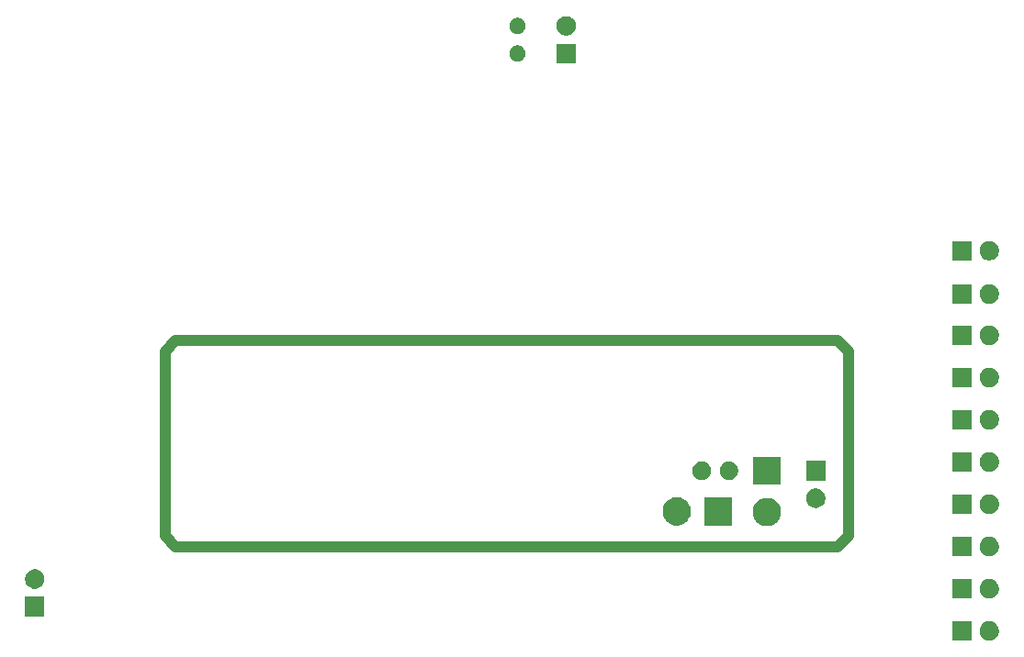
<source format=gbr>
G04 #@! TF.GenerationSoftware,KiCad,Pcbnew,(5.1.5)-3*
G04 #@! TF.CreationDate,2020-06-02T16:47:02-04:00*
G04 #@! TF.ProjectId,LT3081-TESTING,4c543330-3831-42d5-9445-5354494e472e,rev?*
G04 #@! TF.SameCoordinates,Original*
G04 #@! TF.FileFunction,Soldermask,Bot*
G04 #@! TF.FilePolarity,Negative*
%FSLAX46Y46*%
G04 Gerber Fmt 4.6, Leading zero omitted, Abs format (unit mm)*
G04 Created by KiCad (PCBNEW (5.1.5)-3) date 2020-06-02 16:47:02*
%MOMM*%
%LPD*%
G04 APERTURE LIST*
%ADD10C,1.000000*%
%ADD11C,0.100000*%
G04 APERTURE END LIST*
D10*
X134000000Y-76000000D02*
X134000000Y-59000000D01*
X135000000Y-77000000D02*
X134000000Y-76000000D01*
X196000000Y-77000000D02*
X135000000Y-77000000D01*
X197000000Y-76000000D02*
X196000000Y-77000000D01*
X197000000Y-59000000D02*
X197000000Y-76000000D01*
X196000000Y-58000000D02*
X197000000Y-59000000D01*
X135000000Y-58000000D02*
X196000000Y-58000000D01*
X134000000Y-59000000D02*
X135000000Y-58000000D01*
D11*
G36*
X210113512Y-83903927D02*
G01*
X210262812Y-83933624D01*
X210426784Y-84001544D01*
X210574354Y-84100147D01*
X210699853Y-84225646D01*
X210798456Y-84373216D01*
X210866376Y-84537188D01*
X210901000Y-84711259D01*
X210901000Y-84888741D01*
X210866376Y-85062812D01*
X210798456Y-85226784D01*
X210699853Y-85374354D01*
X210574354Y-85499853D01*
X210426784Y-85598456D01*
X210262812Y-85666376D01*
X210113512Y-85696073D01*
X210088742Y-85701000D01*
X209911258Y-85701000D01*
X209886488Y-85696073D01*
X209737188Y-85666376D01*
X209573216Y-85598456D01*
X209425646Y-85499853D01*
X209300147Y-85374354D01*
X209201544Y-85226784D01*
X209133624Y-85062812D01*
X209099000Y-84888741D01*
X209099000Y-84711259D01*
X209133624Y-84537188D01*
X209201544Y-84373216D01*
X209300147Y-84225646D01*
X209425646Y-84100147D01*
X209573216Y-84001544D01*
X209737188Y-83933624D01*
X209886488Y-83903927D01*
X209911258Y-83899000D01*
X210088742Y-83899000D01*
X210113512Y-83903927D01*
G37*
G36*
X208361000Y-85701000D02*
G01*
X206559000Y-85701000D01*
X206559000Y-83899000D01*
X208361000Y-83899000D01*
X208361000Y-85701000D01*
G37*
G36*
X122901000Y-83441000D02*
G01*
X121099000Y-83441000D01*
X121099000Y-81639000D01*
X122901000Y-81639000D01*
X122901000Y-83441000D01*
G37*
G36*
X210113512Y-80003927D02*
G01*
X210262812Y-80033624D01*
X210426784Y-80101544D01*
X210574354Y-80200147D01*
X210699853Y-80325646D01*
X210798456Y-80473216D01*
X210866376Y-80637188D01*
X210901000Y-80811259D01*
X210901000Y-80988741D01*
X210866376Y-81162812D01*
X210798456Y-81326784D01*
X210699853Y-81474354D01*
X210574354Y-81599853D01*
X210426784Y-81698456D01*
X210262812Y-81766376D01*
X210113512Y-81796073D01*
X210088742Y-81801000D01*
X209911258Y-81801000D01*
X209886488Y-81796073D01*
X209737188Y-81766376D01*
X209573216Y-81698456D01*
X209425646Y-81599853D01*
X209300147Y-81474354D01*
X209201544Y-81326784D01*
X209133624Y-81162812D01*
X209099000Y-80988741D01*
X209099000Y-80811259D01*
X209133624Y-80637188D01*
X209201544Y-80473216D01*
X209300147Y-80325646D01*
X209425646Y-80200147D01*
X209573216Y-80101544D01*
X209737188Y-80033624D01*
X209886488Y-80003927D01*
X209911258Y-79999000D01*
X210088742Y-79999000D01*
X210113512Y-80003927D01*
G37*
G36*
X208361000Y-81801000D02*
G01*
X206559000Y-81801000D01*
X206559000Y-79999000D01*
X208361000Y-79999000D01*
X208361000Y-81801000D01*
G37*
G36*
X122113512Y-79103927D02*
G01*
X122262812Y-79133624D01*
X122426784Y-79201544D01*
X122574354Y-79300147D01*
X122699853Y-79425646D01*
X122798456Y-79573216D01*
X122866376Y-79737188D01*
X122901000Y-79911259D01*
X122901000Y-80088741D01*
X122866376Y-80262812D01*
X122798456Y-80426784D01*
X122699853Y-80574354D01*
X122574354Y-80699853D01*
X122426784Y-80798456D01*
X122262812Y-80866376D01*
X122113512Y-80896073D01*
X122088742Y-80901000D01*
X121911258Y-80901000D01*
X121886488Y-80896073D01*
X121737188Y-80866376D01*
X121573216Y-80798456D01*
X121425646Y-80699853D01*
X121300147Y-80574354D01*
X121201544Y-80426784D01*
X121133624Y-80262812D01*
X121099000Y-80088741D01*
X121099000Y-79911259D01*
X121133624Y-79737188D01*
X121201544Y-79573216D01*
X121300147Y-79425646D01*
X121425646Y-79300147D01*
X121573216Y-79201544D01*
X121737188Y-79133624D01*
X121886488Y-79103927D01*
X121911258Y-79099000D01*
X122088742Y-79099000D01*
X122113512Y-79103927D01*
G37*
G36*
X210113512Y-76103927D02*
G01*
X210262812Y-76133624D01*
X210426784Y-76201544D01*
X210574354Y-76300147D01*
X210699853Y-76425646D01*
X210798456Y-76573216D01*
X210866376Y-76737188D01*
X210901000Y-76911259D01*
X210901000Y-77088741D01*
X210866376Y-77262812D01*
X210798456Y-77426784D01*
X210699853Y-77574354D01*
X210574354Y-77699853D01*
X210426784Y-77798456D01*
X210262812Y-77866376D01*
X210113512Y-77896073D01*
X210088742Y-77901000D01*
X209911258Y-77901000D01*
X209886488Y-77896073D01*
X209737188Y-77866376D01*
X209573216Y-77798456D01*
X209425646Y-77699853D01*
X209300147Y-77574354D01*
X209201544Y-77426784D01*
X209133624Y-77262812D01*
X209099000Y-77088741D01*
X209099000Y-76911259D01*
X209133624Y-76737188D01*
X209201544Y-76573216D01*
X209300147Y-76425646D01*
X209425646Y-76300147D01*
X209573216Y-76201544D01*
X209737188Y-76133624D01*
X209886488Y-76103927D01*
X209911258Y-76099000D01*
X210088742Y-76099000D01*
X210113512Y-76103927D01*
G37*
G36*
X208361000Y-77901000D02*
G01*
X206559000Y-77901000D01*
X206559000Y-76099000D01*
X208361000Y-76099000D01*
X208361000Y-77901000D01*
G37*
G36*
X189879393Y-72559304D02*
G01*
X190116101Y-72657352D01*
X190116103Y-72657353D01*
X190329135Y-72799696D01*
X190510304Y-72980865D01*
X190652647Y-73193897D01*
X190652648Y-73193899D01*
X190750696Y-73430607D01*
X190800680Y-73681893D01*
X190800680Y-73938107D01*
X190750696Y-74189393D01*
X190677501Y-74366101D01*
X190652647Y-74426103D01*
X190510304Y-74639135D01*
X190329135Y-74820304D01*
X190116103Y-74962647D01*
X190116102Y-74962648D01*
X190116101Y-74962648D01*
X189879393Y-75060696D01*
X189628107Y-75110680D01*
X189371893Y-75110680D01*
X189120607Y-75060696D01*
X188883899Y-74962648D01*
X188883898Y-74962648D01*
X188883897Y-74962647D01*
X188670865Y-74820304D01*
X188489696Y-74639135D01*
X188347353Y-74426103D01*
X188322499Y-74366101D01*
X188249304Y-74189393D01*
X188199320Y-73938107D01*
X188199320Y-73681893D01*
X188249304Y-73430607D01*
X188347352Y-73193899D01*
X188347353Y-73193897D01*
X188489696Y-72980865D01*
X188670865Y-72799696D01*
X188883897Y-72657353D01*
X188883899Y-72657352D01*
X189120607Y-72559304D01*
X189371893Y-72509320D01*
X189628107Y-72509320D01*
X189879393Y-72559304D01*
G37*
G36*
X181569393Y-72499304D02*
G01*
X181806101Y-72597352D01*
X181806103Y-72597353D01*
X182019135Y-72739696D01*
X182200304Y-72920865D01*
X182342647Y-73133897D01*
X182342648Y-73133899D01*
X182440696Y-73370607D01*
X182490680Y-73621893D01*
X182490680Y-73878107D01*
X182440696Y-74129393D01*
X182342648Y-74366101D01*
X182342647Y-74366103D01*
X182200304Y-74579135D01*
X182019135Y-74760304D01*
X181806103Y-74902647D01*
X181806102Y-74902648D01*
X181806101Y-74902648D01*
X181569393Y-75000696D01*
X181318107Y-75050680D01*
X181061893Y-75050680D01*
X180810607Y-75000696D01*
X180573899Y-74902648D01*
X180573898Y-74902648D01*
X180573897Y-74902647D01*
X180360865Y-74760304D01*
X180179696Y-74579135D01*
X180037353Y-74366103D01*
X180037352Y-74366101D01*
X179939304Y-74129393D01*
X179889320Y-73878107D01*
X179889320Y-73621893D01*
X179939304Y-73370607D01*
X180037352Y-73133899D01*
X180037353Y-73133897D01*
X180179696Y-72920865D01*
X180360865Y-72739696D01*
X180573897Y-72597353D01*
X180573899Y-72597352D01*
X180810607Y-72499304D01*
X181061893Y-72449320D01*
X181318107Y-72449320D01*
X181569393Y-72499304D01*
G37*
G36*
X186300680Y-75050680D02*
G01*
X183699320Y-75050680D01*
X183699320Y-72449320D01*
X186300680Y-72449320D01*
X186300680Y-75050680D01*
G37*
G36*
X208361000Y-74001000D02*
G01*
X206559000Y-74001000D01*
X206559000Y-72199000D01*
X208361000Y-72199000D01*
X208361000Y-74001000D01*
G37*
G36*
X210113512Y-72203927D02*
G01*
X210262812Y-72233624D01*
X210426784Y-72301544D01*
X210574354Y-72400147D01*
X210699853Y-72525646D01*
X210798456Y-72673216D01*
X210866376Y-72837188D01*
X210894954Y-72980865D01*
X210901000Y-73011258D01*
X210901000Y-73188742D01*
X210899974Y-73193899D01*
X210866376Y-73362812D01*
X210798456Y-73526784D01*
X210699853Y-73674354D01*
X210574354Y-73799853D01*
X210426784Y-73898456D01*
X210262812Y-73966376D01*
X210113512Y-73996073D01*
X210088742Y-74001000D01*
X209911258Y-74001000D01*
X209886488Y-73996073D01*
X209737188Y-73966376D01*
X209573216Y-73898456D01*
X209425646Y-73799853D01*
X209300147Y-73674354D01*
X209201544Y-73526784D01*
X209133624Y-73362812D01*
X209100026Y-73193899D01*
X209099000Y-73188742D01*
X209099000Y-73011258D01*
X209105046Y-72980865D01*
X209133624Y-72837188D01*
X209201544Y-72673216D01*
X209300147Y-72525646D01*
X209425646Y-72400147D01*
X209573216Y-72301544D01*
X209737188Y-72233624D01*
X209886488Y-72203927D01*
X209911258Y-72199000D01*
X210088742Y-72199000D01*
X210113512Y-72203927D01*
G37*
G36*
X194113512Y-71643927D02*
G01*
X194262812Y-71673624D01*
X194426784Y-71741544D01*
X194574354Y-71840147D01*
X194699853Y-71965646D01*
X194798456Y-72113216D01*
X194866376Y-72277188D01*
X194896073Y-72426488D01*
X194900615Y-72449320D01*
X194901000Y-72451259D01*
X194901000Y-72628741D01*
X194866376Y-72802812D01*
X194798456Y-72966784D01*
X194699853Y-73114354D01*
X194574354Y-73239853D01*
X194426784Y-73338456D01*
X194262812Y-73406376D01*
X194113512Y-73436073D01*
X194088742Y-73441000D01*
X193911258Y-73441000D01*
X193886488Y-73436073D01*
X193737188Y-73406376D01*
X193573216Y-73338456D01*
X193425646Y-73239853D01*
X193300147Y-73114354D01*
X193201544Y-72966784D01*
X193133624Y-72802812D01*
X193099000Y-72628741D01*
X193099000Y-72451259D01*
X193099386Y-72449320D01*
X193103927Y-72426488D01*
X193133624Y-72277188D01*
X193201544Y-72113216D01*
X193300147Y-71965646D01*
X193425646Y-71840147D01*
X193573216Y-71741544D01*
X193737188Y-71673624D01*
X193886488Y-71643927D01*
X193911258Y-71639000D01*
X194088742Y-71639000D01*
X194113512Y-71643927D01*
G37*
G36*
X190800680Y-71300680D02*
G01*
X188199320Y-71300680D01*
X188199320Y-68699320D01*
X190800680Y-68699320D01*
X190800680Y-71300680D01*
G37*
G36*
X194901000Y-70901000D02*
G01*
X193099000Y-70901000D01*
X193099000Y-69099000D01*
X194901000Y-69099000D01*
X194901000Y-70901000D01*
G37*
G36*
X186248228Y-69181703D02*
G01*
X186403100Y-69245853D01*
X186542481Y-69338985D01*
X186661015Y-69457519D01*
X186754147Y-69596900D01*
X186818297Y-69751772D01*
X186851000Y-69916184D01*
X186851000Y-70083816D01*
X186818297Y-70248228D01*
X186754147Y-70403100D01*
X186661015Y-70542481D01*
X186542481Y-70661015D01*
X186403100Y-70754147D01*
X186248228Y-70818297D01*
X186083816Y-70851000D01*
X185916184Y-70851000D01*
X185751772Y-70818297D01*
X185596900Y-70754147D01*
X185457519Y-70661015D01*
X185338985Y-70542481D01*
X185245853Y-70403100D01*
X185181703Y-70248228D01*
X185149000Y-70083816D01*
X185149000Y-69916184D01*
X185181703Y-69751772D01*
X185245853Y-69596900D01*
X185338985Y-69457519D01*
X185457519Y-69338985D01*
X185596900Y-69245853D01*
X185751772Y-69181703D01*
X185916184Y-69149000D01*
X186083816Y-69149000D01*
X186248228Y-69181703D01*
G37*
G36*
X183748228Y-69181703D02*
G01*
X183903100Y-69245853D01*
X184042481Y-69338985D01*
X184161015Y-69457519D01*
X184254147Y-69596900D01*
X184318297Y-69751772D01*
X184351000Y-69916184D01*
X184351000Y-70083816D01*
X184318297Y-70248228D01*
X184254147Y-70403100D01*
X184161015Y-70542481D01*
X184042481Y-70661015D01*
X183903100Y-70754147D01*
X183748228Y-70818297D01*
X183583816Y-70851000D01*
X183416184Y-70851000D01*
X183251772Y-70818297D01*
X183096900Y-70754147D01*
X182957519Y-70661015D01*
X182838985Y-70542481D01*
X182745853Y-70403100D01*
X182681703Y-70248228D01*
X182649000Y-70083816D01*
X182649000Y-69916184D01*
X182681703Y-69751772D01*
X182745853Y-69596900D01*
X182838985Y-69457519D01*
X182957519Y-69338985D01*
X183096900Y-69245853D01*
X183251772Y-69181703D01*
X183416184Y-69149000D01*
X183583816Y-69149000D01*
X183748228Y-69181703D01*
G37*
G36*
X210113512Y-68303927D02*
G01*
X210262812Y-68333624D01*
X210426784Y-68401544D01*
X210574354Y-68500147D01*
X210699853Y-68625646D01*
X210798456Y-68773216D01*
X210866376Y-68937188D01*
X210901000Y-69111259D01*
X210901000Y-69288741D01*
X210866376Y-69462812D01*
X210798456Y-69626784D01*
X210699853Y-69774354D01*
X210574354Y-69899853D01*
X210426784Y-69998456D01*
X210262812Y-70066376D01*
X210113512Y-70096073D01*
X210088742Y-70101000D01*
X209911258Y-70101000D01*
X209886488Y-70096073D01*
X209737188Y-70066376D01*
X209573216Y-69998456D01*
X209425646Y-69899853D01*
X209300147Y-69774354D01*
X209201544Y-69626784D01*
X209133624Y-69462812D01*
X209099000Y-69288741D01*
X209099000Y-69111259D01*
X209133624Y-68937188D01*
X209201544Y-68773216D01*
X209300147Y-68625646D01*
X209425646Y-68500147D01*
X209573216Y-68401544D01*
X209737188Y-68333624D01*
X209886488Y-68303927D01*
X209911258Y-68299000D01*
X210088742Y-68299000D01*
X210113512Y-68303927D01*
G37*
G36*
X208361000Y-70101000D02*
G01*
X206559000Y-70101000D01*
X206559000Y-68299000D01*
X208361000Y-68299000D01*
X208361000Y-70101000D01*
G37*
G36*
X208361000Y-66201000D02*
G01*
X206559000Y-66201000D01*
X206559000Y-64399000D01*
X208361000Y-64399000D01*
X208361000Y-66201000D01*
G37*
G36*
X210113512Y-64403927D02*
G01*
X210262812Y-64433624D01*
X210426784Y-64501544D01*
X210574354Y-64600147D01*
X210699853Y-64725646D01*
X210798456Y-64873216D01*
X210866376Y-65037188D01*
X210901000Y-65211259D01*
X210901000Y-65388741D01*
X210866376Y-65562812D01*
X210798456Y-65726784D01*
X210699853Y-65874354D01*
X210574354Y-65999853D01*
X210426784Y-66098456D01*
X210262812Y-66166376D01*
X210113512Y-66196073D01*
X210088742Y-66201000D01*
X209911258Y-66201000D01*
X209886488Y-66196073D01*
X209737188Y-66166376D01*
X209573216Y-66098456D01*
X209425646Y-65999853D01*
X209300147Y-65874354D01*
X209201544Y-65726784D01*
X209133624Y-65562812D01*
X209099000Y-65388741D01*
X209099000Y-65211259D01*
X209133624Y-65037188D01*
X209201544Y-64873216D01*
X209300147Y-64725646D01*
X209425646Y-64600147D01*
X209573216Y-64501544D01*
X209737188Y-64433624D01*
X209886488Y-64403927D01*
X209911258Y-64399000D01*
X210088742Y-64399000D01*
X210113512Y-64403927D01*
G37*
G36*
X208361000Y-62301000D02*
G01*
X206559000Y-62301000D01*
X206559000Y-60499000D01*
X208361000Y-60499000D01*
X208361000Y-62301000D01*
G37*
G36*
X210113512Y-60503927D02*
G01*
X210262812Y-60533624D01*
X210426784Y-60601544D01*
X210574354Y-60700147D01*
X210699853Y-60825646D01*
X210798456Y-60973216D01*
X210866376Y-61137188D01*
X210901000Y-61311259D01*
X210901000Y-61488741D01*
X210866376Y-61662812D01*
X210798456Y-61826784D01*
X210699853Y-61974354D01*
X210574354Y-62099853D01*
X210426784Y-62198456D01*
X210262812Y-62266376D01*
X210113512Y-62296073D01*
X210088742Y-62301000D01*
X209911258Y-62301000D01*
X209886488Y-62296073D01*
X209737188Y-62266376D01*
X209573216Y-62198456D01*
X209425646Y-62099853D01*
X209300147Y-61974354D01*
X209201544Y-61826784D01*
X209133624Y-61662812D01*
X209099000Y-61488741D01*
X209099000Y-61311259D01*
X209133624Y-61137188D01*
X209201544Y-60973216D01*
X209300147Y-60825646D01*
X209425646Y-60700147D01*
X209573216Y-60601544D01*
X209737188Y-60533624D01*
X209886488Y-60503927D01*
X209911258Y-60499000D01*
X210088742Y-60499000D01*
X210113512Y-60503927D01*
G37*
G36*
X210113512Y-56603927D02*
G01*
X210262812Y-56633624D01*
X210426784Y-56701544D01*
X210574354Y-56800147D01*
X210699853Y-56925646D01*
X210798456Y-57073216D01*
X210866376Y-57237188D01*
X210901000Y-57411259D01*
X210901000Y-57588741D01*
X210866376Y-57762812D01*
X210798456Y-57926784D01*
X210699853Y-58074354D01*
X210574354Y-58199853D01*
X210426784Y-58298456D01*
X210262812Y-58366376D01*
X210113512Y-58396073D01*
X210088742Y-58401000D01*
X209911258Y-58401000D01*
X209886488Y-58396073D01*
X209737188Y-58366376D01*
X209573216Y-58298456D01*
X209425646Y-58199853D01*
X209300147Y-58074354D01*
X209201544Y-57926784D01*
X209133624Y-57762812D01*
X209099000Y-57588741D01*
X209099000Y-57411259D01*
X209133624Y-57237188D01*
X209201544Y-57073216D01*
X209300147Y-56925646D01*
X209425646Y-56800147D01*
X209573216Y-56701544D01*
X209737188Y-56633624D01*
X209886488Y-56603927D01*
X209911258Y-56599000D01*
X210088742Y-56599000D01*
X210113512Y-56603927D01*
G37*
G36*
X208361000Y-58401000D02*
G01*
X206559000Y-58401000D01*
X206559000Y-56599000D01*
X208361000Y-56599000D01*
X208361000Y-58401000D01*
G37*
G36*
X210113512Y-52803927D02*
G01*
X210262812Y-52833624D01*
X210426784Y-52901544D01*
X210574354Y-53000147D01*
X210699853Y-53125646D01*
X210798456Y-53273216D01*
X210866376Y-53437188D01*
X210901000Y-53611259D01*
X210901000Y-53788741D01*
X210866376Y-53962812D01*
X210798456Y-54126784D01*
X210699853Y-54274354D01*
X210574354Y-54399853D01*
X210426784Y-54498456D01*
X210262812Y-54566376D01*
X210113512Y-54596073D01*
X210088742Y-54601000D01*
X209911258Y-54601000D01*
X209886488Y-54596073D01*
X209737188Y-54566376D01*
X209573216Y-54498456D01*
X209425646Y-54399853D01*
X209300147Y-54274354D01*
X209201544Y-54126784D01*
X209133624Y-53962812D01*
X209099000Y-53788741D01*
X209099000Y-53611259D01*
X209133624Y-53437188D01*
X209201544Y-53273216D01*
X209300147Y-53125646D01*
X209425646Y-53000147D01*
X209573216Y-52901544D01*
X209737188Y-52833624D01*
X209886488Y-52803927D01*
X209911258Y-52799000D01*
X210088742Y-52799000D01*
X210113512Y-52803927D01*
G37*
G36*
X208361000Y-54601000D02*
G01*
X206559000Y-54601000D01*
X206559000Y-52799000D01*
X208361000Y-52799000D01*
X208361000Y-54601000D01*
G37*
G36*
X210113512Y-48803927D02*
G01*
X210262812Y-48833624D01*
X210426784Y-48901544D01*
X210574354Y-49000147D01*
X210699853Y-49125646D01*
X210798456Y-49273216D01*
X210866376Y-49437188D01*
X210901000Y-49611259D01*
X210901000Y-49788741D01*
X210866376Y-49962812D01*
X210798456Y-50126784D01*
X210699853Y-50274354D01*
X210574354Y-50399853D01*
X210426784Y-50498456D01*
X210262812Y-50566376D01*
X210113512Y-50596073D01*
X210088742Y-50601000D01*
X209911258Y-50601000D01*
X209886488Y-50596073D01*
X209737188Y-50566376D01*
X209573216Y-50498456D01*
X209425646Y-50399853D01*
X209300147Y-50274354D01*
X209201544Y-50126784D01*
X209133624Y-49962812D01*
X209099000Y-49788741D01*
X209099000Y-49611259D01*
X209133624Y-49437188D01*
X209201544Y-49273216D01*
X209300147Y-49125646D01*
X209425646Y-49000147D01*
X209573216Y-48901544D01*
X209737188Y-48833624D01*
X209886488Y-48803927D01*
X209911258Y-48799000D01*
X210088742Y-48799000D01*
X210113512Y-48803927D01*
G37*
G36*
X208361000Y-50601000D02*
G01*
X206559000Y-50601000D01*
X206559000Y-48799000D01*
X208361000Y-48799000D01*
X208361000Y-50601000D01*
G37*
G36*
X171901000Y-32401000D02*
G01*
X170099000Y-32401000D01*
X170099000Y-30599000D01*
X171901000Y-30599000D01*
X171901000Y-32401000D01*
G37*
G36*
X166719059Y-30777860D02*
G01*
X166855732Y-30834472D01*
X166978735Y-30916660D01*
X167083340Y-31021265D01*
X167165528Y-31144268D01*
X167222140Y-31280941D01*
X167251000Y-31426033D01*
X167251000Y-31573967D01*
X167222140Y-31719059D01*
X167165528Y-31855732D01*
X167083340Y-31978735D01*
X166978735Y-32083340D01*
X166855732Y-32165528D01*
X166855731Y-32165529D01*
X166855730Y-32165529D01*
X166719059Y-32222140D01*
X166573968Y-32251000D01*
X166426032Y-32251000D01*
X166280941Y-32222140D01*
X166144270Y-32165529D01*
X166144269Y-32165529D01*
X166144268Y-32165528D01*
X166021265Y-32083340D01*
X165916660Y-31978735D01*
X165834472Y-31855732D01*
X165777860Y-31719059D01*
X165749000Y-31573967D01*
X165749000Y-31426033D01*
X165777860Y-31280941D01*
X165834472Y-31144268D01*
X165916660Y-31021265D01*
X166021265Y-30916660D01*
X166144268Y-30834472D01*
X166280941Y-30777860D01*
X166426032Y-30749000D01*
X166573968Y-30749000D01*
X166719059Y-30777860D01*
G37*
G36*
X171113512Y-28063927D02*
G01*
X171262812Y-28093624D01*
X171426784Y-28161544D01*
X171574354Y-28260147D01*
X171699853Y-28385646D01*
X171798456Y-28533216D01*
X171866376Y-28697188D01*
X171901000Y-28871259D01*
X171901000Y-29048741D01*
X171866376Y-29222812D01*
X171798456Y-29386784D01*
X171699853Y-29534354D01*
X171574354Y-29659853D01*
X171426784Y-29758456D01*
X171262812Y-29826376D01*
X171113512Y-29856073D01*
X171088742Y-29861000D01*
X170911258Y-29861000D01*
X170886488Y-29856073D01*
X170737188Y-29826376D01*
X170573216Y-29758456D01*
X170425646Y-29659853D01*
X170300147Y-29534354D01*
X170201544Y-29386784D01*
X170133624Y-29222812D01*
X170099000Y-29048741D01*
X170099000Y-28871259D01*
X170133624Y-28697188D01*
X170201544Y-28533216D01*
X170300147Y-28385646D01*
X170425646Y-28260147D01*
X170573216Y-28161544D01*
X170737188Y-28093624D01*
X170886488Y-28063927D01*
X170911258Y-28059000D01*
X171088742Y-28059000D01*
X171113512Y-28063927D01*
G37*
G36*
X166719059Y-28237860D02*
G01*
X166772865Y-28260147D01*
X166855732Y-28294472D01*
X166978735Y-28376660D01*
X167083340Y-28481265D01*
X167118054Y-28533218D01*
X167165529Y-28604270D01*
X167222140Y-28740941D01*
X167251000Y-28886032D01*
X167251000Y-29033968D01*
X167248061Y-29048742D01*
X167222140Y-29179059D01*
X167165528Y-29315732D01*
X167083340Y-29438735D01*
X166978735Y-29543340D01*
X166855732Y-29625528D01*
X166855731Y-29625529D01*
X166855730Y-29625529D01*
X166719059Y-29682140D01*
X166573968Y-29711000D01*
X166426032Y-29711000D01*
X166280941Y-29682140D01*
X166144270Y-29625529D01*
X166144269Y-29625529D01*
X166144268Y-29625528D01*
X166021265Y-29543340D01*
X165916660Y-29438735D01*
X165834472Y-29315732D01*
X165777860Y-29179059D01*
X165751939Y-29048742D01*
X165749000Y-29033968D01*
X165749000Y-28886032D01*
X165777860Y-28740941D01*
X165834471Y-28604270D01*
X165881946Y-28533218D01*
X165916660Y-28481265D01*
X166021265Y-28376660D01*
X166144268Y-28294472D01*
X166227136Y-28260147D01*
X166280941Y-28237860D01*
X166426032Y-28209000D01*
X166573968Y-28209000D01*
X166719059Y-28237860D01*
G37*
M02*

</source>
